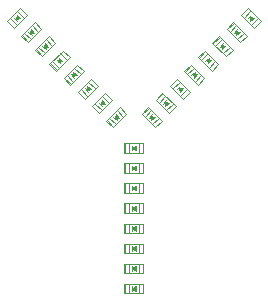
<source format=gbr>
%TF.GenerationSoftware,KiCad,Pcbnew,(6.0.4-0)*%
%TF.CreationDate,2022-05-06T03:23:40+03:00*%
%TF.ProjectId,Flux_Capacitor_Mini,466c7578-5f43-4617-9061-6369746f725f,4*%
%TF.SameCoordinates,PX55d4a80PY7270e00*%
%TF.FileFunction,AssemblyDrawing,Top*%
%FSLAX46Y46*%
G04 Gerber Fmt 4.6, Leading zero omitted, Abs format (unit mm)*
G04 Created by KiCad (PCBNEW (6.0.4-0)) date 2022-05-06 03:23:40*
%MOMM*%
%LPD*%
G01*
G04 APERTURE LIST*
%ADD10C,0.100000*%
G04 APERTURE END LIST*
D10*
X83564645Y33998959D02*
X82998959Y34564645D01*
X83882843Y35448528D02*
X82751472Y34317157D01*
X83352513Y33786827D02*
X82786827Y34352513D01*
X84201041Y34635355D02*
X83635355Y35201041D01*
X83635355Y34352513D02*
X83352513Y34635355D01*
X82751472Y34317157D02*
X83317157Y33751472D01*
X84448528Y34882843D02*
X83882843Y35448528D01*
X83317157Y33751472D02*
X84448528Y34882843D01*
G36*
X83847487Y34564645D02*
G01*
X83493934Y34493934D01*
X83564645Y34847487D01*
X83847487Y34564645D01*
G37*
X83847487Y34564645D02*
X83493934Y34493934D01*
X83564645Y34847487D01*
X83847487Y34564645D01*
X93950000Y11300000D02*
X93950000Y12100000D01*
X94300000Y12100000D02*
X92700000Y12100000D01*
X93350000Y11500000D02*
X93350000Y11900000D01*
X93050000Y11300000D02*
X93050000Y12100000D01*
X92750000Y11300000D02*
X92750000Y12100000D01*
X92700000Y12100000D02*
X92700000Y11300000D01*
X92700000Y11300000D02*
X94300000Y11300000D01*
X94300000Y11300000D02*
X94300000Y12100000D01*
G36*
X93650000Y11500000D02*
G01*
X93350000Y11700000D01*
X93650000Y11900000D01*
X93650000Y11500000D01*
G37*
X93650000Y11500000D02*
X93350000Y11700000D01*
X93650000Y11900000D01*
X93650000Y11500000D01*
X95598959Y27435355D02*
X96164645Y28001041D01*
X95952513Y27364645D02*
X96235355Y27647487D01*
X97048528Y27117157D02*
X95917157Y28248528D01*
X95917157Y28248528D02*
X95351472Y27682843D01*
X95351472Y27682843D02*
X96482843Y26551472D01*
X96235355Y26798959D02*
X96801041Y27364645D01*
X95386827Y27647487D02*
X95952513Y28213173D01*
X96482843Y26551472D02*
X97048528Y27117157D01*
G36*
X96447487Y27435355D02*
G01*
X96164645Y27152513D01*
X96093934Y27506066D01*
X96447487Y27435355D01*
G37*
X96447487Y27435355D02*
X96164645Y27152513D01*
X96093934Y27506066D01*
X96447487Y27435355D01*
X100398959Y32235355D02*
X100964645Y32801041D01*
X101035355Y31598959D02*
X101601041Y32164645D01*
X101848528Y31917157D02*
X100717157Y33048528D01*
X100752513Y32164645D02*
X101035355Y32447487D01*
X100186827Y32447487D02*
X100752513Y33013173D01*
X100717157Y33048528D02*
X100151472Y32482843D01*
X100151472Y32482843D02*
X101282843Y31351472D01*
X101282843Y31351472D02*
X101848528Y31917157D01*
G36*
X101247487Y32235355D02*
G01*
X100964645Y31952513D01*
X100893934Y32306066D01*
X101247487Y32235355D01*
G37*
X101247487Y32235355D02*
X100964645Y31952513D01*
X100893934Y32306066D01*
X101247487Y32235355D01*
X92750000Y23200000D02*
X92750000Y24000000D01*
X93350000Y23400000D02*
X93350000Y23800000D01*
X92700000Y23200000D02*
X94300000Y23200000D01*
X94300000Y23200000D02*
X94300000Y24000000D01*
X94300000Y24000000D02*
X92700000Y24000000D01*
X93050000Y23200000D02*
X93050000Y24000000D01*
X93950000Y23200000D02*
X93950000Y24000000D01*
X92700000Y24000000D02*
X92700000Y23200000D01*
G36*
X93650000Y23400000D02*
G01*
X93350000Y23600000D01*
X93650000Y23800000D01*
X93650000Y23400000D01*
G37*
X93650000Y23400000D02*
X93350000Y23600000D01*
X93650000Y23800000D01*
X93650000Y23400000D01*
X92700000Y16400000D02*
X94300000Y16400000D01*
X93950000Y16400000D02*
X93950000Y17200000D01*
X92750000Y16400000D02*
X92750000Y17200000D01*
X94300000Y16400000D02*
X94300000Y17200000D01*
X94300000Y17200000D02*
X92700000Y17200000D01*
X92700000Y17200000D02*
X92700000Y16400000D01*
X93050000Y16400000D02*
X93050000Y17200000D01*
X93350000Y16600000D02*
X93350000Y17000000D01*
G36*
X93650000Y16600000D02*
G01*
X93350000Y16800000D01*
X93650000Y17000000D01*
X93650000Y16600000D01*
G37*
X93650000Y16600000D02*
X93350000Y16800000D01*
X93650000Y17000000D01*
X93650000Y16600000D01*
X97682843Y27751472D02*
X98248528Y28317157D01*
X97435355Y27998959D02*
X98001041Y28564645D01*
X97152513Y28564645D02*
X97435355Y28847487D01*
X97117157Y29448528D02*
X96551472Y28882843D01*
X96586827Y28847487D02*
X97152513Y29413173D01*
X98248528Y28317157D02*
X97117157Y29448528D01*
X96798959Y28635355D02*
X97364645Y29201041D01*
X96551472Y28882843D02*
X97682843Y27751472D01*
G36*
X97647487Y28635355D02*
G01*
X97364645Y28352513D01*
X97293934Y28706066D01*
X97647487Y28635355D01*
G37*
X97647487Y28635355D02*
X97364645Y28352513D01*
X97293934Y28706066D01*
X97647487Y28635355D01*
X92750000Y21500000D02*
X92750000Y22300000D01*
X93350000Y21700000D02*
X93350000Y22100000D01*
X94300000Y21500000D02*
X94300000Y22300000D01*
X93050000Y21500000D02*
X93050000Y22300000D01*
X92700000Y22300000D02*
X92700000Y21500000D01*
X93950000Y21500000D02*
X93950000Y22300000D01*
X92700000Y21500000D02*
X94300000Y21500000D01*
X94300000Y22300000D02*
X92700000Y22300000D01*
G36*
X93650000Y21700000D02*
G01*
X93350000Y21900000D01*
X93650000Y22100000D01*
X93650000Y21700000D01*
G37*
X93650000Y21700000D02*
X93350000Y21900000D01*
X93650000Y22100000D01*
X93650000Y21700000D01*
X98352513Y29764645D02*
X98635355Y30047487D01*
X98317157Y30648528D02*
X97751472Y30082843D01*
X98635355Y29198959D02*
X99201041Y29764645D01*
X97751472Y30082843D02*
X98882843Y28951472D01*
X97998959Y29835355D02*
X98564645Y30401041D01*
X98882843Y28951472D02*
X99448528Y29517157D01*
X99448528Y29517157D02*
X98317157Y30648528D01*
X97786827Y30047487D02*
X98352513Y30613173D01*
G36*
X98847487Y29835355D02*
G01*
X98564645Y29552513D01*
X98493934Y29906066D01*
X98847487Y29835355D01*
G37*
X98847487Y29835355D02*
X98564645Y29552513D01*
X98493934Y29906066D01*
X98847487Y29835355D01*
X103048528Y33117157D02*
X101917157Y34248528D01*
X102235355Y32798959D02*
X102801041Y33364645D01*
X101917157Y34248528D02*
X101351472Y33682843D01*
X101952513Y33364645D02*
X102235355Y33647487D01*
X101598959Y33435355D02*
X102164645Y34001041D01*
X101351472Y33682843D02*
X102482843Y32551472D01*
X102482843Y32551472D02*
X103048528Y33117157D01*
X101386827Y33647487D02*
X101952513Y34213173D01*
G36*
X102447487Y33435355D02*
G01*
X102164645Y33152513D01*
X102093934Y33506066D01*
X102447487Y33435355D01*
G37*
X102447487Y33435355D02*
X102164645Y33152513D01*
X102093934Y33506066D01*
X102447487Y33435355D01*
X91151472Y25917157D02*
X91717157Y25351472D01*
X92601041Y26235355D02*
X92035355Y26801041D01*
X92035355Y25952513D02*
X91752513Y26235355D01*
X91717157Y25351472D02*
X92848528Y26482843D01*
X91752513Y25386827D02*
X91186827Y25952513D01*
X92848528Y26482843D02*
X92282843Y27048528D01*
X92282843Y27048528D02*
X91151472Y25917157D01*
X91964645Y25598959D02*
X91398959Y26164645D01*
G36*
X92247487Y26164645D02*
G01*
X91893934Y26093934D01*
X91964645Y26447487D01*
X92247487Y26164645D01*
G37*
X92247487Y26164645D02*
X91893934Y26093934D01*
X91964645Y26447487D01*
X92247487Y26164645D01*
X94300000Y13800000D02*
X92700000Y13800000D01*
X92700000Y13000000D02*
X94300000Y13000000D01*
X93950000Y13000000D02*
X93950000Y13800000D01*
X92750000Y13000000D02*
X92750000Y13800000D01*
X94300000Y13000000D02*
X94300000Y13800000D01*
X93050000Y13000000D02*
X93050000Y13800000D01*
X92700000Y13800000D02*
X92700000Y13000000D01*
X93350000Y13200000D02*
X93350000Y13600000D01*
G36*
X93650000Y13200000D02*
G01*
X93350000Y13400000D01*
X93650000Y13600000D01*
X93650000Y13200000D01*
G37*
X93650000Y13200000D02*
X93350000Y13400000D01*
X93650000Y13600000D01*
X93650000Y13200000D01*
X89564645Y27998959D02*
X88998959Y28564645D01*
X89317157Y27751472D02*
X90448528Y28882843D01*
X90201041Y28635355D02*
X89635355Y29201041D01*
X89635355Y28352513D02*
X89352513Y28635355D01*
X88751472Y28317157D02*
X89317157Y27751472D01*
X89882843Y29448528D02*
X88751472Y28317157D01*
X90448528Y28882843D02*
X89882843Y29448528D01*
X89352513Y27786827D02*
X88786827Y28352513D01*
G36*
X89847487Y28564645D02*
G01*
X89493934Y28493934D01*
X89564645Y28847487D01*
X89847487Y28564645D01*
G37*
X89847487Y28564645D02*
X89493934Y28493934D01*
X89564645Y28847487D01*
X89847487Y28564645D01*
X98986827Y31247487D02*
X99552513Y31813173D01*
X100082843Y30151472D02*
X100648528Y30717157D01*
X99198959Y31035355D02*
X99764645Y31601041D01*
X99517157Y31848528D02*
X98951472Y31282843D01*
X98951472Y31282843D02*
X100082843Y30151472D01*
X99835355Y30398959D02*
X100401041Y30964645D01*
X99552513Y30964645D02*
X99835355Y31247487D01*
X100648528Y30717157D02*
X99517157Y31848528D01*
G36*
X100047487Y31035355D02*
G01*
X99764645Y30752513D01*
X99693934Y31106066D01*
X100047487Y31035355D01*
G37*
X100047487Y31035355D02*
X99764645Y30752513D01*
X99693934Y31106066D01*
X100047487Y31035355D01*
X86035355Y31952513D02*
X85752513Y32235355D01*
X85752513Y31386827D02*
X85186827Y31952513D01*
X86848528Y32482843D02*
X86282843Y33048528D01*
X85964645Y31598959D02*
X85398959Y32164645D01*
X86282843Y33048528D02*
X85151472Y31917157D01*
X85717157Y31351472D02*
X86848528Y32482843D01*
X86601041Y32235355D02*
X86035355Y32801041D01*
X85151472Y31917157D02*
X85717157Y31351472D01*
G36*
X86247487Y32164645D02*
G01*
X85893934Y32093934D01*
X85964645Y32447487D01*
X86247487Y32164645D01*
G37*
X86247487Y32164645D02*
X85893934Y32093934D01*
X85964645Y32447487D01*
X86247487Y32164645D01*
X87551472Y29517157D02*
X88117157Y28951472D01*
X88682843Y30648528D02*
X87551472Y29517157D01*
X88152513Y28986827D02*
X87586827Y29552513D01*
X88117157Y28951472D02*
X89248528Y30082843D01*
X88364645Y29198959D02*
X87798959Y29764645D01*
X89248528Y30082843D02*
X88682843Y30648528D01*
X89001041Y29835355D02*
X88435355Y30401041D01*
X88435355Y29552513D02*
X88152513Y29835355D01*
G36*
X88647487Y29764645D02*
G01*
X88293934Y29693934D01*
X88364645Y30047487D01*
X88647487Y29764645D01*
G37*
X88647487Y29764645D02*
X88293934Y29693934D01*
X88364645Y30047487D01*
X88647487Y29764645D01*
X103152513Y34564645D02*
X103435355Y34847487D01*
X103117157Y35448528D02*
X102551472Y34882843D01*
X104248528Y34317157D02*
X103117157Y35448528D01*
X102551472Y34882843D02*
X103682843Y33751472D01*
X103682843Y33751472D02*
X104248528Y34317157D01*
X103435355Y33998959D02*
X104001041Y34564645D01*
X102798959Y34635355D02*
X103364645Y35201041D01*
X102586827Y34847487D02*
X103152513Y35413173D01*
G36*
X103647487Y34635355D02*
G01*
X103364645Y34352513D01*
X103293934Y34706066D01*
X103647487Y34635355D01*
G37*
X103647487Y34635355D02*
X103364645Y34352513D01*
X103293934Y34706066D01*
X103647487Y34635355D01*
X94300000Y18100000D02*
X94300000Y18900000D01*
X92700000Y18100000D02*
X94300000Y18100000D01*
X92750000Y18100000D02*
X92750000Y18900000D01*
X93050000Y18100000D02*
X93050000Y18900000D01*
X92700000Y18900000D02*
X92700000Y18100000D01*
X94300000Y18900000D02*
X92700000Y18900000D01*
X93950000Y18100000D02*
X93950000Y18900000D01*
X93350000Y18300000D02*
X93350000Y18700000D01*
G36*
X93650000Y18300000D02*
G01*
X93350000Y18500000D01*
X93650000Y18700000D01*
X93650000Y18300000D01*
G37*
X93650000Y18300000D02*
X93350000Y18500000D01*
X93650000Y18700000D01*
X93650000Y18300000D01*
X90552513Y26586827D02*
X89986827Y27152513D01*
X90517157Y26551472D02*
X91648528Y27682843D01*
X90835355Y27152513D02*
X90552513Y27435355D01*
X89951472Y27117157D02*
X90517157Y26551472D01*
X91401041Y27435355D02*
X90835355Y28001041D01*
X91648528Y27682843D02*
X91082843Y28248528D01*
X90764645Y26798959D02*
X90198959Y27364645D01*
X91082843Y28248528D02*
X89951472Y27117157D01*
G36*
X91047487Y27364645D02*
G01*
X90693934Y27293934D01*
X90764645Y27647487D01*
X91047487Y27364645D01*
G37*
X91047487Y27364645D02*
X90693934Y27293934D01*
X90764645Y27647487D01*
X91047487Y27364645D01*
X93050000Y19800000D02*
X93050000Y20600000D01*
X92700000Y20600000D02*
X92700000Y19800000D01*
X92750000Y19800000D02*
X92750000Y20600000D01*
X93950000Y19800000D02*
X93950000Y20600000D01*
X94300000Y19800000D02*
X94300000Y20600000D01*
X92700000Y19800000D02*
X94300000Y19800000D01*
X93350000Y20000000D02*
X93350000Y20400000D01*
X94300000Y20600000D02*
X92700000Y20600000D01*
G36*
X93650000Y20000000D02*
G01*
X93350000Y20200000D01*
X93650000Y20400000D01*
X93650000Y20000000D01*
G37*
X93650000Y20000000D02*
X93350000Y20200000D01*
X93650000Y20400000D01*
X93650000Y20000000D01*
X87235355Y30752513D02*
X86952513Y31035355D01*
X88048528Y31282843D02*
X87482843Y31848528D01*
X86952513Y30186827D02*
X86386827Y30752513D01*
X87801041Y31035355D02*
X87235355Y31601041D01*
X87482843Y31848528D02*
X86351472Y30717157D01*
X86351472Y30717157D02*
X86917157Y30151472D01*
X86917157Y30151472D02*
X88048528Y31282843D01*
X87164645Y30398959D02*
X86598959Y30964645D01*
G36*
X87447487Y30964645D02*
G01*
X87093934Y30893934D01*
X87164645Y31247487D01*
X87447487Y30964645D01*
G37*
X87447487Y30964645D02*
X87093934Y30893934D01*
X87164645Y31247487D01*
X87447487Y30964645D01*
X84517157Y32551472D02*
X85648528Y33682843D01*
X85082843Y34248528D02*
X83951472Y33117157D01*
X84552513Y32586827D02*
X83986827Y33152513D01*
X85401041Y33435355D02*
X84835355Y34001041D01*
X84835355Y33152513D02*
X84552513Y33435355D01*
X85648528Y33682843D02*
X85082843Y34248528D01*
X83951472Y33117157D02*
X84517157Y32551472D01*
X84764645Y32798959D02*
X84198959Y33364645D01*
G36*
X85047487Y33364645D02*
G01*
X84693934Y33293934D01*
X84764645Y33647487D01*
X85047487Y33364645D01*
G37*
X85047487Y33364645D02*
X84693934Y33293934D01*
X84764645Y33647487D01*
X85047487Y33364645D01*
X93950000Y14700000D02*
X93950000Y15500000D01*
X92750000Y14700000D02*
X92750000Y15500000D01*
X93050000Y14700000D02*
X93050000Y15500000D01*
X94300000Y14700000D02*
X94300000Y15500000D01*
X94300000Y15500000D02*
X92700000Y15500000D01*
X93350000Y14900000D02*
X93350000Y15300000D01*
X92700000Y15500000D02*
X92700000Y14700000D01*
X92700000Y14700000D02*
X94300000Y14700000D01*
G36*
X93650000Y14900000D02*
G01*
X93350000Y15100000D01*
X93650000Y15300000D01*
X93650000Y14900000D01*
G37*
X93650000Y14900000D02*
X93350000Y15100000D01*
X93650000Y15300000D01*
X93650000Y14900000D01*
X95848528Y25917157D02*
X94717157Y27048528D01*
X94186827Y26447487D02*
X94752513Y27013173D01*
X94717157Y27048528D02*
X94151472Y26482843D01*
X94752513Y26164645D02*
X95035355Y26447487D01*
X94151472Y26482843D02*
X95282843Y25351472D01*
X95035355Y25598959D02*
X95601041Y26164645D01*
X94398959Y26235355D02*
X94964645Y26801041D01*
X95282843Y25351472D02*
X95848528Y25917157D01*
G36*
X95247487Y26235355D02*
G01*
X94964645Y25952513D01*
X94893934Y26306066D01*
X95247487Y26235355D01*
G37*
X95247487Y26235355D02*
X94964645Y25952513D01*
X94893934Y26306066D01*
X95247487Y26235355D01*
M02*

</source>
